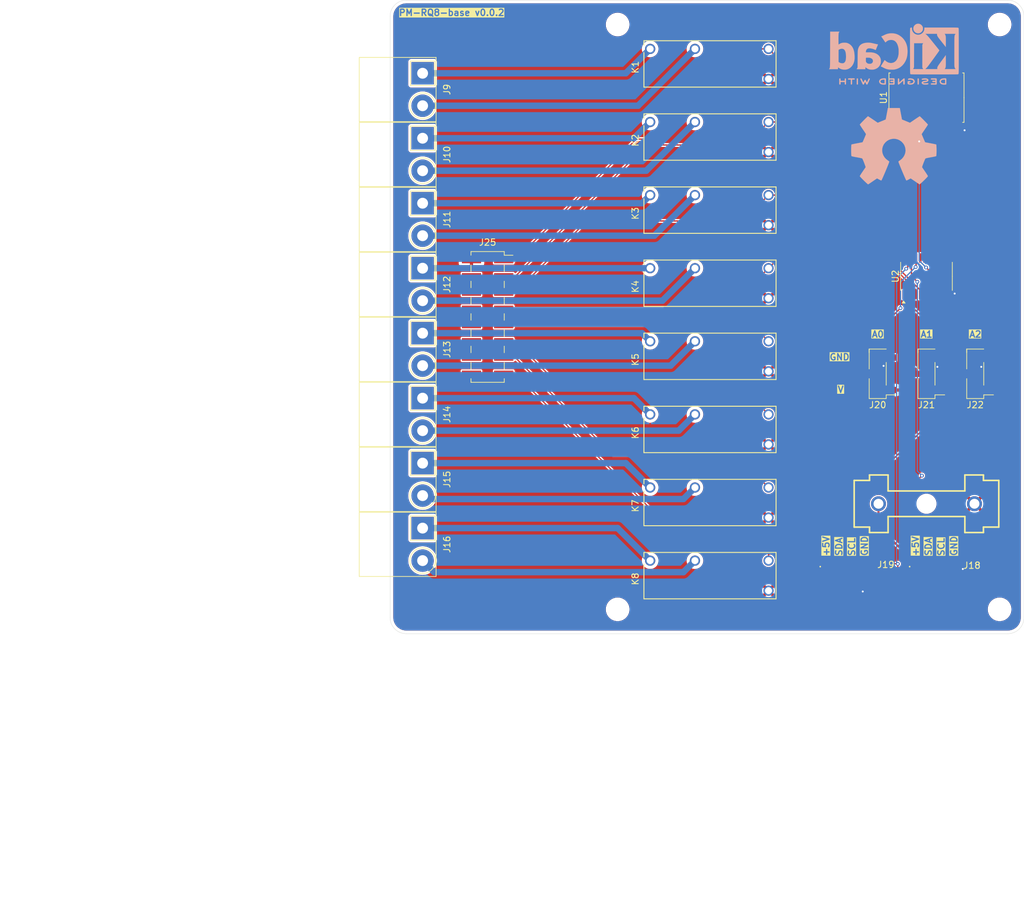
<source format=kicad_pcb>
(kicad_pcb (version 20240108) (generator "pcbnew") (generator_version "8.0")
  (layers (0 "F.Cu" signal) (31 "B.Cu" signal) (34 "B.Paste" user) (35 "F.Paste" user) (36 "B.SilkS" user "B.Silkscreen") (37 "F.SilkS" user "F.Silkscreen") (38 "B.Mask" user) (39 "F.Mask" user) (44 "Edge.Cuts" user))
  (net 0 "")
  (net 1 "GND")
  (net 2 "Net-(J14-Pin_1)")
  (net 3 "Net-(J14-Pin_2)")
  (net 4 "Net-(J16-Pin_1)")
  (net 5 "Net-(J16-Pin_2)")
  (net 6 "/K7")
  (net 7 "/K3")
  (net 8 "/K5")
  (net 9 "VDD")
  (net 10 "/K6")
  (net 11 "/K8")
  (net 12 "/K4")
  (net 13 "Net-(U1-I1)")
  (net 14 "/K1")
  (net 15 "/K2")
  (net 16 "Net-(U1-I5)")
  (net 17 "Net-(U1-I7)")
  (net 18 "Net-(U1-I3)")
  (net 19 "Net-(U1-I8)")
  (net 20 "Net-(U1-I4)")
  (net 21 "Net-(U1-I6)")
  (net 22 "Net-(U1-I2)")
  (net 23 "/SCL")
  (net 24 "/SDA")
  (net 34 "/A0")
  (net 35 "/A1")
  (net 36 "/A2")
  (net 37 "Net-(J9-Pin_2)")
  (net 38 "Net-(J9-Pin_1)")
  (net 39 "Net-(J10-Pin_1)")
  (net 40 "Net-(J10-Pin_2)")
  (net 41 "Net-(J11-Pin_1)")
  (net 42 "Net-(J11-Pin_2)")
  (net 43 "Net-(J12-Pin_2)")
  (net 44 "Net-(J12-Pin_1)")
  (net 45 "Net-(J13-Pin_1)")
  (net 46 "Net-(J13-Pin_2)")
  (net 47 "Net-(J15-Pin_2)")
  (net 48 "Net-(J15-Pin_1)")
  (net 53 "Net-(J18-Pad1)")
  (footprint "Connector_PinHeader_2.54mm:PinHeader_1x03_P2.54mm_Vertical_SMD_Pin1Left" (layer "F.Cu") (at 152.4 109.22 180)
    (property "Reference" "J20" (at 0 -4.87 180) (layer "F.SilkS"))
    (property "Value" "Conn_01x03")
    (pad "1" smd rect (at -1.655 -2.54 180) (size 2.51 1) (layers "F.Cu" "F.Paste" "F.Mask") (net 9 "VDD"))
    (pad "2" smd rect (at 1.655 0 180) (size 2.51 1) (layers "F.Cu" "F.Paste" "F.Mask") (net 34 "/A0"))
    (pad "3" smd rect (at -1.655 2.54 180) (size 2.51 1) (layers "F.Cu" "F.Paste" "F.Mask") (net 1 "GND"))
  )
  (footprint "NextPCB:G5NB-1A-E_DC12_RELAY_G5NB-1A_DC5_OMR" (layer "F.Cu") (at 117.04 97.41 -90)
    (property "Reference" "K4" (at -1.83 2.51 90) (layer "F.SilkS"))
    (property "Value" "G5NB-1A-E_DC5")
    (pad "1" thru_hole circle (at -4.7 -18.3 270) (size 1.608 1.608) (drill 1.1) (layers "*.Cu" "*.Mask") (net 12 "/K4"))
    (pad "2" thru_hole circle (at -4.7 -6.8 270) (size 1.608 1.608) (drill 1.1) (layers "*.Cu" "*.Mask") (net 43 "Net-(J12-Pin_2)"))
    (pad "3" thru_hole circle (at -4.7 0.2 270) (size 1.608 1.608) (drill 1.1) (layers "*.Cu" "*.Mask") (net 44 "Net-(J12-Pin_1)"))
    (pad "4" thru_hole circle (at 0 -18.3 270) (size 1.608 1.608) (drill 1.1) (layers "*.Cu" "*.Mask") (net 9 "VDD"))
  )
  (footprint "Connector_PinSocket_2.54mm:PinSocket_2x08_P2.54mm_Vertical_SMD" (layer "F.Cu") (at 91.44 100.33)
    (property "Reference" "J25" (at 0 -11.66 0) (layer "F.SilkS"))
    (property "Value" "Conn_02x08_socket")
    (pad "1" smd rect (at 2.52 -8.89) (size 3 1) (layers "F.Cu" "F.Paste" "F.Mask") (net 14 "/K1"))
    (pad "2" smd rect (at -2.52 -8.89) (size 3 1) (layers "F.Cu" "F.Paste" "F.Mask") (net 9 "VDD"))
    (pad "3" smd rect (at 2.52 -6.35) (size 3 1) (layers "F.Cu" "F.Paste" "F.Mask") (net 15 "/K2"))
    (pad "4" smd rect (at -2.52 -6.35) (size 3 1) (layers "F.Cu" "F.Paste" "F.Mask"))
    (pad "5" smd rect (at 2.52 -3.81) (size 3 1) (layers "F.Cu" "F.Paste" "F.Mask") (net 7 "/K3"))
    (pad "6" smd rect (at -2.52 -3.81) (size 3 1) (layers "F.Cu" "F.Paste" "F.Mask"))
    (pad "7" smd rect (at 2.52 -1.27) (size 3 1) (layers "F.Cu" "F.Paste" "F.Mask") (net 12 "/K4"))
    (pad "8" smd rect (at -2.52 -1.27) (size 3 1) (layers "F.Cu" "F.Paste" "F.Mask"))
    (pad "9" smd rect (at 2.52 1.27) (size 3 1) (layers "F.Cu" "F.Paste" "F.Mask") (net 8 "/K5"))
    (pad "10" smd rect (at -2.52 1.27) (size 3 1) (layers "F.Cu" "F.Paste" "F.Mask"))
    (pad "11" smd rect (at 2.52 3.81) (size 3 1) (layers "F.Cu" "F.Paste" "F.Mask") (net 10 "/K6"))
    (pad "12" smd rect (at -2.52 3.81) (size 3 1) (layers "F.Cu" "F.Paste" "F.Mask"))
    (pad "13" smd rect (at 2.52 6.35) (size 3 1) (layers "F.Cu" "F.Paste" "F.Mask") (net 6 "/K7"))
    (pad "14" smd rect (at -2.52 6.35) (size 3 1) (layers "F.Cu" "F.Paste" "F.Mask"))
    (pad "15" smd rect (at 2.52 8.89) (size 3 1) (layers "F.Cu" "F.Paste" "F.Mask") (net 11 "/K8"))
    (pad "16" smd rect (at -2.52 8.89) (size 3 1) (layers "F.Cu" "F.Paste" "F.Mask"))
  )
  (footprint "Package_SO:TSSOP-24_4.4x7.8mm_P0.65mm" (layer "F.Cu") (at 160.02 93.98 90)
    (property "Reference" "U2" (at 0 -4.85 -90) (layer "F.SilkS"))
    (property "Value" "PCA9555PW")
    (pad "1" smd roundrect (at -2.8625 -3.575 90) (size 1.475 0.4) (layers "F.Cu" "F.Paste" "F.Mask"))
    (pad "2" smd roundrect (at -2.8625 -2.925 90) (size 1.475 0.4) (layers "F.Cu" "F.Paste" "F.Mask") (net 35 "/A1"))
    (pad "3" smd roundrect (at -2.8625 -2.275 90) (size 1.475 0.4) (layers "F.Cu" "F.Paste" "F.Mask") (net 36 "/A2"))
    (pad "4" smd roundrect (at -2.8625 -1.625 90) (size 1.475 0.4) (layers "F.Cu" "F.Paste" "F.Mask") (net 13 "Net-(U1-I1)"))
    (pad "5" smd roundrect (at -2.8625 -0.975 90) (size 1.475 0.4) (layers "F.Cu" "F.Paste" "F.Mask") (net 22 "Net-(U1-I2)"))
    (pad "6" smd roundrect (at -2.8625 -0.325 90) (size 1.475 0.4) (layers "F.Cu" "F.Paste" "F.Mask") (net 18 "Net-(U1-I3)"))
    (pad "7" smd roundrect (at -2.8625 0.325 90) (size 1.475 0.4) (layers "F.Cu" "F.Paste" "F.Mask") (net 20 "Net-(U1-I4)"))
    (pad "8" smd roundrect (at -2.8625 0.975 90) (size 1.475 0.4) (layers "F.Cu" "F.Paste" "F.Mask") (net 16 "Net-(U1-I5)"))
    (pad "9" smd roundrect (at -2.8625 1.625 90) (size 1.475 0.4) (layers "F.Cu" "F.Paste" "F.Mask") (net 21 "Net-(U1-I6)"))
    (pad "10" smd roundrect (at -2.8625 2.275 90) (size 1.475 0.4) (layers "F.Cu" "F.Paste" "F.Mask") (net 17 "Net-(U1-I7)"))
    (pad "11" smd roundrect (at -2.8625 2.925 90) (size 1.475 0.4) (layers "F.Cu" "F.Paste" "F.Mask") (net 19 "Net-(U1-I8)"))
    (pad "12" smd roundrect (at -2.8625 3.575 90) (size 1.475 0.4) (layers "F.Cu" "F.Paste" "F.Mask") (net 1 "GND"))
    (pad "13" smd roundrect (at 2.8625 3.575 90) (size 1.475 0.4) (layers "F.Cu" "F.Paste" "F.Mask"))
    (pad "14" smd roundrect (at 2.8625 2.925 90) (size 1.475 0.4) (layers "F.Cu" "F.Paste" "F.Mask"))
    (pad "15" smd roundrect (at 2.8625 2.275 90) (size 1.475 0.4) (layers "F.Cu" "F.Paste" "F.Mask"))
    (pad "16" smd roundrect (at 2.8625 1.625 90) (size 1.475 0.4) (layers "F.Cu" "F.Paste" "F.Mask"))
    (pad "17" smd roundrect (at 2.8625 0.975 90) (size 1.475 0.4) (layers "F.Cu" "F.Paste" "F.Mask"))
    (pad "18" smd roundrect (at 2.8625 0.325 90) (size 1.475 0.4) (layers "F.Cu" "F.Paste" "F.Mask"))
    (pad "19" smd roundrect (at 2.8625 -0.325 90) (size 1.475 0.4) (layers "F.Cu" "F.Paste" "F.Mask"))
    (pad "20" smd roundrect (at 2.8625 -0.975 90) (size 1.475 0.4) (layers "F.Cu" "F.Paste" "F.Mask"))
    (pad "21" smd roundrect (at 2.8625 -1.625 90) (size 1.475 0.4) (layers "F.Cu" "F.Paste" "F.Mask") (net 34 "/A0"))
    (pad "22" smd roundrect (at 2.8625 -2.275 90) (size 1.475 0.4) (layers "F.Cu" "F.Paste" "F.Mask") (net 23 "/SCL"))
    (pad "23" smd roundrect (at 2.8625 -2.925 90) (size 1.475 0.4) (layers "F.Cu" "F.Paste" "F.Mask") (net 24 "/SDA"))
    (pad "24" smd roundrect (at 2.8625 -3.575 90) (size 1.475 0.4) (layers "F.Cu" "F.Paste" "F.Mask") (net 9 "VDD"))
  )
  (footprint "NextPCB:G5NB-1A-E_DC12_RELAY_G5NB-1A_DC5_OMR" (layer "F.Cu") (at 117.04 108.84 -90)
    (property "Reference" "K5" (at -1.83 2.51 90) (layer "F.SilkS"))
    (property "Value" "G5NB-1A-E_DC5")
    (pad "1" thru_hole circle (at -4.7 -18.3 270) (size 1.608 1.608) (drill 1.1) (layers "*.Cu" "*.Mask") (net 8 "/K5"))
    (pad "2" thru_hole circle (at -4.7 -6.8 270) (size 1.608 1.608) (drill 1.1) (layers "*.Cu" "*.Mask") (net 46 "Net-(J13-Pin_2)"))
    (pad "3" thru_hole circle (at -4.7 0.2 270) (size 1.608 1.608) (drill 1.1) (layers "*.Cu" "*.Mask") (net 45 "Net-(J13-Pin_1)"))
    (pad "4" thru_hole circle (at 0 -18.3 270) (size 1.608 1.608) (drill 1.1) (layers "*.Cu" "*.Mask") (net 9 "VDD"))
  )
  (footprint "NextPCB:Degson_2EDGR-5.08-02P" (layer "F.Cu") (at 81.28 62.23 -90)
    (property "Reference" "J9" (at 2.54 -3.81 -90) (layer "F.SilkS"))
    (property "Value" "2EDGR-5.08-02P")
    (pad "1" thru_hole rect (at 0 0 270) (size 3.5 3.5) (drill 1.7) (layers "*.Cu" "*.Mask") (net 38 "Net-(J9-Pin_1)"))
    (pad "2" thru_hole circle (at 5.08 0 270) (size 3.5 3.5) (drill 1.7) (layers "*.Cu" "*.Mask") (net 37 "Net-(J9-Pin_2)"))
  )
  (footprint "NextPCB:ULN2803A" (layer "F.Cu") (at 160.02 66.04 90)
    (property "Reference" "U1" (at 0 -6.71 -90) (layer "F.SilkS"))
    (property "Value" "ULN2803A")
    (pad "1" smd roundrect (at -4.725 -5.08 90) (size 1.9 0.6) (layers "F.Cu" "F.Paste" "F.Mask") (net 13 "Net-(U1-I1)"))
    (pad "2" smd roundrect (at -4.725 -3.81 90) (size 1.9 0.6) (layers "F.Cu" "F.Paste" "F.Mask") (net 22 "Net-(U1-I2)"))
    (pad "3" smd roundrect (at -4.725 -2.54 90) (size 1.9 0.6) (layers "F.Cu" "F.Paste" "F.Mask") (net 18 "Net-(U1-I3)"))
    (pad "4" smd roundrect (at -4.725 -1.27 90) (size 1.9 0.6) (layers "F.Cu" "F.Paste" "F.Mask") (net 20 "Net-(U1-I4)"))
    (pad "5" smd roundrect (at -4.725 0 90) (size 1.9 0.6) (layers "F.Cu" "F.Paste" "F.Mask") (net 16 "Net-(U1-I5)"))
    (pad "6" smd roundrect (at -4.725 1.27 90) (size 1.9 0.6) (layers "F.Cu" "F.Paste" "F.Mask") (net 21 "Net-(U1-I6)"))
    (pad "7" smd roundrect (at -4.725 2.54 90) (size 1.9 0.6) (layers "F.Cu" "F.Paste" "F.Mask") (net 17 "Net-(U1-I7)"))
    (pad "8" smd roundrect (at -4.725 3.81 90) (size 1.9 0.6) (layers "F.Cu" "F.Paste" "F.Mask") (net 19 "Net-(U1-I8)"))
    (pad "9" smd roundrect (at -4.725 5.08 90) (size 1.9 0.6) (layers "F.Cu" "F.Paste" "F.Mask") (net 1 "GND"))
    (pad "10" smd roundrect (at 4.725 5.08 90) (size 1.9 0.6) (layers "F.Cu" "F.Paste" "F.Mask") (net 9 "VDD"))
    (pad "11" smd roundrect (at 4.725 3.81 90) (size 1.9 0.6) (layers "F.Cu" "F.Paste" "F.Mask") (net 11 "/K8"))
    (pad "12" smd roundrect (at 4.725 2.54 90) (size 1.9 0.6) (layers "F.Cu" "F.Paste" "F.Mask") (net 6 "/K7"))
    (pad "13" smd roundrect (at 4.725 1.27 90) (size 1.9 0.6) (layers "F.Cu" "F.Paste" "F.Mask") (net 10 "/K6"))
    (pad "14" smd roundrect (at 4.725 0 90) (size 1.9 0.6) (layers "F.Cu" "F.Paste" "F.Mask") (net 8 "/K5"))
    (pad "15" smd roundrect (at 4.725 -1.27 90) (size 1.9 0.6) (layers "F.Cu" "F.Paste" "F.Mask") (net 12 "/K4"))
    (pad "16" smd roundrect (at 4.725 -2.54 90) (size 1.9 0.6) (layers "F.Cu" "F.Paste" "F.Mask") (net 7 "/K3"))
    (pad "17" smd roundrect (at 4.725 -3.81 90) (size 1.9 0.6) (layers "F.Cu" "F.Paste" "F.Mask") (net 15 "/K2"))
    (pad "18" smd roundrect (at 4.725 -5.08 90) (size 1.9 0.6) (layers "F.Cu" "F.Paste" "F.Mask") (net 14 "/K1"))
  )
  (footprint "NextPCB:Degson_2EDGR-5.08-02P" (layer "F.Cu") (at 81.28 102.87 -90)
    (property "Reference" "J13" (at 2.54 -3.81 90) (layer "F.SilkS"))
    (property "Value" "2EDGR-5.08-02P")
    (pad "1" thru_hole rect (at 0 0 270) (size 3.5 3.5) (drill 1.7) (layers "*.Cu" "*.Mask") (net 45 "Net-(J13-Pin_1)"))
    (pad "2" thru_hole circle (at 5.08 0 270) (size 3.5 3.5) (drill 1.7) (layers "*.Cu" "*.Mask") (net 46 "Net-(J13-Pin_2)"))
  )
  (footprint "MountingHole:MountingHole_3.2mm_M3" (layer "F.Cu") (at 171.45 146.05)
    (property "Reference" "H3" (hide yes))
    (property "Value" "MountingHole" (hide yes))
    (pad "" np_thru_hole circle (at 0 0) (size 3.2 3.2) (drill 3.2) (layers "*.Cu" "*.Mask"))
  )
  (footprint "NextPCB:G5NB-1A-E_DC12_RELAY_G5NB-1A_DC5_OMR" (layer "F.Cu") (at 117.04 120.27 -90)
    (property "Reference" "K6" (at -1.83 2.51 90) (layer "F.SilkS"))
    (property "Value" "G5NB-1A-E_DC5")
    (pad "1" thru_hole circle (at -4.7 -18.3 270) (size 1.608 1.608) (drill 1.1) (layers "*.Cu" "*.Mask") (net 10 "/K6"))
    (pad "2" thru_hole circle (at -4.7 -6.8 270) (size 1.608 1.608) (drill 1.1) (layers "*.Cu" "*.Mask") (net 3 "Net-(J14-Pin_2)"))
    (pad "3" thru_hole circle (at -4.7 0.2 270) (size 1.608 1.608) (drill 1.1) (layers "*.Cu" "*.Mask") (net 2 "Net-(J14-Pin_1)"))
    (pad "4" thru_hole circle (at 0 -18.3 270) (size 1.608 1.608) (drill 1.1) (layers "*.Cu" "*.Mask") (net 9 "VDD"))
  )
  (footprint "Connector_PinHeader_2.54mm:PinHeader_1x03_P2.54mm_Vertical_SMD_Pin1Left" (layer "F.Cu") (at 160.02 109.22 180)
    (property "Reference" "J21" (at 0 -4.87 180) (layer "F.SilkS"))
    (property "Value" "Conn_01x03")
    (pad "1" smd rect (at -1.655 -2.54 180) (size 2.51 1) (layers "F.Cu" "F.Paste" "F.Mask") (net 9 "VDD"))
    (pad "2" smd rect (at 1.655 0 180) (size 2.51 1) (layers "F.Cu" "F.Paste" "F.Mask") (net 35 "/A1"))
    (pad "3" smd rect (at -1.655 2.54 180) (size 2.51 1) (layers "F.Cu" "F.Paste" "F.Mask") (net 1 "GND"))
  )
  (footprint "NextPCB:G5NB-1A-E_DC12_RELAY_G5NB-1A_DC5_OMR" (layer "F.Cu") (at 117.04 143.13 -90)
    (property "Reference" "K8" (at -1.83 2.51 90) (layer "F.SilkS"))
    (property "Value" "G5NB-1A-E_DC5")
    (pad "1" thru_hole circle (at -4.7 -18.3 270) (size 1.608 1.608) (drill 1.1) (layers "*.Cu" "*.Mask") (net 11 "/K8"))
    (pad "2" thru_hole circle (at -4.7 -6.8 270) (size 1.608 1.608) (drill 1.1) (layers "*.Cu" "*.Mask") (net 5 "Net-(J16-Pin_2)"))
    (pad "3" thru_hole circle (at -4.7 0.2 270) (size 1.608 1.608) (drill 1.1) (layers "*.Cu" "*.Mask") (net 4 "Net-(J16-Pin_1)"))
    (pad "4" thru_hole circle (at 0 -18.3 270) (size 1.608 1.608) (drill 1.1) (layers "*.Cu" "*.Mask") (net 9 "VDD"))
  )
  (footprint "NextPCB:G5NB-1A-E_DC12_RELAY_G5NB-1A_DC5_OMR" (layer "F.Cu") (at 117.04 63.12 -90)
    (property "Reference" "K1" (at -1.83 2.51 90) (layer "F.SilkS"))
    (property "Value" "G5NB-1A-E_DC5")
    (pad "1" thru_hole circle (at -4.7 -18.3 270) (size 1.608 1.608) (drill 1.1) (layers "*.Cu" "*.Mask") (net 14 "/K1"))
    (pad "2" thru_hole circle (at -4.7 -6.8 270) (size 1.608 1.608) (drill 1.1) (layers "*.Cu" "*.Mask") (net 37 "Net-(J9-Pin_2)"))
    (pad "3" thru_hole circle (at -4.7 0.2 270) (size 1.608 1.608) (drill 1.1) (layers "*.Cu" "*.Mask") (net 38 "Net-(J9-Pin_1)"))
    (pad "4" thru_hole circle (at 0 -18.3 270) (size 1.608 1.608) (drill 1.1) (layers "*.Cu" "*.Mask") (net 9 "VDD"))
  )
  (footprint "MountingHole:MountingHole_3.2mm_M3" (layer "F.Cu") (at 111.76 54.61)
    (property "Reference" "H1" (hide yes))
    (property "Value" "MountingHole" (hide yes))
    (pad "" np_thru_hole circle (at 0 0) (size 3.2 3.2) (drill 3.2) (layers "*.Cu" "*.Mask"))
  )
  (footprint "NextPCB:G5NB-1A-E_DC12_RELAY_G5NB-1A_DC5_OMR" (layer "F.Cu") (at 117.04 131.7 -90)
    (property "Reference" "K7" (at -1.83 2.51 90) (layer "F.SilkS"))
    (property "Value" "G5NB-1A-E_DC5")
    (pad "1" thru_hole circle (at -4.7 -18.3 270) (size 1.608 1.608) (drill 1.1) (layers "*.Cu" "*.Mask") (net 6 "/K7"))
    (pad "2" thru_hole circle (at -4.7 -6.8 270) (size 1.608 1.608) (drill 1.1) (layers "*.Cu" "*.Mask") (net 47 "Net-(J15-Pin_2)"))
    (pad "3" thru_hole circle (at -4.7 0.2 270) (size 1.608 1.608) (drill 1.1) (layers "*.Cu" "*.Mask") (net 48 "Net-(J15-Pin_1)"))
    (pad "4" thru_hole circle (at 0 -18.3 270) (size 1.608 1.608) (drill 1.1) (layers "*.Cu" "*.Mask") (net 9 "VDD"))
  )
  (footprint "NextPCB:Degson_2EDGR-5.08-02P" (layer "F.Cu") (at 81.28 82.55 -90)
    (property "Reference" "J11" (at 2.54 -3.81 90) (layer "F.SilkS"))
    (property "Value" "2EDGR-5.08-02P")
    (pad "1" thru_hole rect (at 0 0 270) (size 3.5 3.5) (drill 1.7) (layers "*.Cu" "*.Mask") (net 41 "Net-(J11-Pin_1)"))
    (pad "2" thru_hole circle (at 5.08 0 270) (size 3.5 3.5) (drill 1.7) (layers "*.Cu" "*.Mask") (net 42 "Net-(J11-Pin_2)"))
  )
  (footprint "NextPCB:Degson_2EDGR-5.08-02P" (layer "F.Cu") (at 81.28 113.03 -90)
    (property "Reference" "J14" (at 2.54 -3.81 90) (layer "F.SilkS"))
    (property "Value" "2EDGR-5.08-02P")
    (pad "1" thru_hole rect (at 0 0 270) (size 3.5 3.5) (drill 1.7) (layers "*.Cu" "*.Mask") (net 2 "Net-(J14-Pin_1)"))
    (pad "2" thru_hole circle (at 5.08 0 270) (size 3.5 3.5) (drill 1.7) (layers "*.Cu" "*.Mask") (net 3 "Net-(J14-Pin_2)"))
  )
  (footprint "NextPCB:G5NB-1A-E_DC12_RELAY_G5NB-1A_DC5_OMR" (layer "F.Cu") (at 117.04 85.98 -90)
    (property "Reference" "K3" (at -1.83 2.51 90) (layer "F.SilkS"))
    (property "Value" "G5NB-1A-E_DC5")
    (pad "1" thru_hole circle (at -4.7 -18.3 270) (size 1.608 1.608) (drill 1.1) (layers "*.Cu" "*.Mask") (net 7 "/K3"))
    (pad "2" thru_hole circle (at -4.7 -6.8 270) (size 1.608 1.608) (drill 1.1) (layers "*.Cu" "*.Mask") (net 42 "Net-(J11-Pin_2)"))
    (pad "3" thru_hole circle (at -4.7 0.2 270) (size 1.608 1.608) (drill 1.1) (layers "*.Cu" "*.Mask") (net 41 "Net-(J11-Pin_1)"))
    (pad "4" thru_hole circle (at 0 -18.3 270) (size 1.608 1.608) (drill 1.1) (layers "*.Cu" "*.Mask") (net 9 "VDD"))
  )
  (footprint "NextPCB:Degson_2EDGR-5.08-02P" (layer "F.Cu") (at 81.28 133.35 -90)
    (property "Reference" "J16" (at 2.54 -3.81 90) (layer "F.SilkS"))
    (property "Value" "2EDGR-5.08-02P")
    (pad "1" thru_hole rect (at 0 0 270) (size 3.5 3.5) (drill 1.7) (layers "*.Cu" "*.Mask") (net 4 "Net-(J16-Pin_1)"))
    (pad "2" thru_hole circle (at 5.08 0 270) (size 3.5 3.5) (drill 1.7) (layers "*.Cu" "*.Mask") (net 5 "Net-(J16-Pin_2)"))
  )
  (footprint "NextPCB:G5NB-1A-E_DC12_RELAY_G5NB-1A_DC5_OMR" (layer "F.Cu") (at 117.04 74.55 -90)
    (property "Reference" "K2" (at -1.83 2.51 90) (layer "F.SilkS"))
    (property "Value" "G5NB-1A-E_DC5")
    (pad "1" thru_hole circle (at -4.7 -18.3 270) (size 1.608 1.608) (drill 1.1) (layers "*.Cu" "*.Mask") (net 15 "/K2"))
    (pad "2" thru_hole circle (at -4.7 -6.8 270) (size 1.608 1.608) (drill 1.1) (layers "*.Cu" "*.Mask") (net 40 "Net-(J10-Pin_2)"))
    (pad "3" thru_hole circle (at -4.7 0.2 270) (size 1.608 1.608) (drill 1.1) (layers "*.Cu" "*.Mask") (net 39 "Net-(J10-Pin_1)"))
    (pad "4" thru_hole circle (at 0 -18.3 270) (size 1.608 1.608) (drill 1.1) (layers "*.Cu" "*.Mask") (net 9 "VDD"))
  )
  (footprint "NextPCB:JST_S4B-PH-SM4-TB_JST_S4B-PH-SM4-TB" (layer "F.Cu") (at 161.29 140.97 180)
    (property "Reference" "J18" (at -5.842 1.778 180) (layer "F.SilkS") (effects (font (size 1.000268 1.000268))))
    (property "Value" "S4B-PH-SM4-TB")
    (pad "1" smd rect (at 3 0 180) (size 1 3.5) (layers "F.Cu" "F.Paste" "F.Mask") (net 53 "Net-(J18-Pad1)"))
    (pad "2" smd rect (at 1 0 180) (size 1 3.5) (layers "F.Cu" "F.Paste" "F.Mask") (net 24 "/SDA"))
    (pad "3" smd rect (at -1 0 180) (size 1 3.5) (layers "F.Cu" "F.Paste" "F.Mask") (net 23 "/SCL"))
    (pad "4" smd rect (at -3 0 180) (size 1 3.5) (layers "F.Cu" "F.Paste" "F.Mask") (net 1 "GND"))
    (pad "P1" smd rect (at 5.35 -5.75 180) (size 1.5 3.4) (layers "F.Cu" "F.Paste" "F.Mask"))
    (pad "P2" smd rect (at -5.35 -5.75 180) (size 1.5 3.4) (layers "F.Cu" "F.Paste" "F.Mask"))
  )
  (footprint "MountingHole:MountingHole_3.2mm_M3" (layer "F.Cu") (at 111.76 146.05)
    (property "Reference" "H4" (hide yes))
    (property "Value" "MountingHole" (hide yes))
    (pad "" np_thru_hole circle (at 0 0) (size 3.2 3.2) (drill 3.2) (layers "*.Cu" "*.Mask"))
  )
  (footprint "NextPCB:Degson_2EDGR-5.08-02P" (layer "F.Cu") (at 81.28 123.19 -90)
    (property "Reference" "J15" (at 2.54 -3.81 90) (layer "F.SilkS"))
    (property "Value" "2EDGR-5.08-02P")
    (pad "1" thru_hole rect (at 0 0 270) (size 3.5 3.5) (drill 1.7) (layers "*.Cu" "*.Mask") (net 48 "Net-(J15-Pin_1)"))
    (pad "2" thru_hole circle (at 5.08 0 270) (size 3.5 3.5) (drill 1.7) (layers "*.Cu" "*.Mask") (net 47 "Net-(J15-Pin_2)"))
  )
  (footprint "NextPCB:Degson_2EDGR-5.08-02P" (layer "F.Cu") (at 81.28 72.39 -90)
    (property "Reference" "J10" (at 2.54 -3.81 90) (layer "F.SilkS"))
    (property "Value" "2EDGR-5.08-02P")
    (pad "1" thru_hole rect (at 0 0 270) (size 3.5 3.5) (drill 1.7) (layers "*.Cu" "*.Mask") (net 39 "Net-(J10-Pin_1)"))
    (pad "2" thru_hole circle (at 5.08 0 270) (size 3.5 3.5) (drill 1.7) (layers "*.Cu" "*.Mask") (net 40 "Net-(J10-Pin_2)"))
  )
  (footprint "NextPCB:Fuseholder" (layer "F.Cu") (at 160.02 129.54 180)
    (property "Reference" "U3")
    (property "Value" "64900001039" (hide yes))
    (pad "" np_thru_hole circle (at 0 0 180) (size 2.65 2.65) (drill 2.65) (layers "*.Cu" "*.Mask"))
    (pad "1" thru_hole circle (at -7.5 0 180) (size 2.35 2.35) (drill 1.55) (layers "*.Cu" "*.Mask") (net 9 "VDD"))
    (pad "2" thru_hole circle (at 7.5 0 180) (size 2.35 2.35) (drill 1.55) (layers "*.Cu" "*.Mask") (net 53 "Net-(J18-Pad1)"))
  )
  (footprint "NextPCB:JST_S4B-PH-SM4-TB_JST_S4B-PH-SM4-TB" (layer "F.Cu") (at 147.32 140.97 180)
    (property "Reference" "J19" (at -6.35 1.905 0) (layer "F.SilkS") (effects (font (size 1.000268 1.000268))))
    (property "Value" "S4B-PH-SM4-TB")
    (pad "1" smd rect (at 3 0 180) (size 1 3.5) (layers "F.Cu" "F.Paste" "F.Mask") (net 53 "Net-(J18-Pad1)"))
    (pad "2" smd rect (at 1 0 180) (size 1 3.5) (layers "F.Cu" "F.Paste" "F.Mask") (net 24 "/SDA"))
    (pad "3" smd rect (at -1 0 180) (size 1 3.5) (layers "F.Cu" "F.Paste" "F.Mask") (net 23 "/SCL"))
    (pad "4" smd rect (at -3 0 180) (size 1 3.5) (layers "F.Cu" "F.Paste" "F.Mask") (net 1 "GND"))
    (pad "P1" smd rect (at 5.35 -5.75 180) (size 1.5 3.4) (layers "F.Cu" "F.Paste" "F.Mask"))
    (pad "P2" smd rect (at -5.35 -5.75 180) (size 1.5 3.4) (layers "F.Cu" "F.Paste" "F.Mask"))
  )
  (footprint "NextPCB:Degson_2EDGR-5.08-02P" (layer "F.Cu") (at 81.28 92.71 -90)
    (property "Reference" "J12" (at 2.54 -3.81 90) (layer "F.SilkS"))
    (property "Value" "2EDGR-5.08-02P")
    (pad "1" thru_hole rect (at 0 0 270) (size 3.5 3.5) (drill 1.7) (layers "*.Cu" "*.Mask") (net 44 "Net-(J12-Pin_1)"))
    (pad "2" thru_hole circle (at 5.08 0 270) (size 3.5 3.5) (drill 1.7) (layers "*.Cu" "*.Mask") (net 43 "Net-(J12-Pin_2)"))
  )
  (footprint "MountingHole:MountingHole_3.2mm_M3" (layer "F.Cu") (at 171.45 54.61)
    (property "Reference" "H2" (hide yes))
    (property "Value" "MountingHole" (hide yes))
    (pad "" np_thru_hole circle (at 0 0) (size 3.2 3.2) (drill 3.2) (layers "*.Cu" "*.Mask"))
  )
  (footprint "Connector_PinHeader_2.54mm:PinHeader_1x03_P2.54mm_Vertical_SMD_Pin1Left" (layer "F.Cu") (at 167.64 109.22 180)
    (property "Reference" "J22" (at 0 -4.87 180) (layer "F.SilkS"))
    (property "Value" "Conn_01x03")
    (pad "1" smd rect (at -1.655 -2.54 180) (size 2.51 1) (layers "F.Cu" "F.Paste" "F.Mask") (net 9 "VDD"))
    (pad "2" smd rect (at 1.655 0 180) (size 2.51 1) (layers "F.Cu" "F.Paste" "F.Mask") (net 36 "/A2"))
    (pad "3" smd rect (at -1.655 2.54 180) (size 2.51 1) (layers "F.Cu" "F.Paste" "F.Mask") (net 1 "GND"))
  )
  (footprint "Symbol:OSHW-Symbol_13.4x12mm_SilkScreen" (layer "B.Cu") (at 154.94 73.66 180)
    (property "Reference" "logo_oshw" (hide yes))
    (property "Value" "OSHW-Symbol_13.4x12mm_SilkScreen" (hide yes))
  )
  (footprint "Symbol:KiCad-Logo2_8mm_SilkScreen" (layer "B.Cu") (at 154.94 58.42 180)
    (property "Reference" "logo_kicad" (hide yes))
    (property "Value" "KiCad-Logo2_8mm_SilkScreen" (hide yes))
  )
  (gr_arc (start 78.74 149.86) (mid 76.943949 149.116051) (end 76.2 147.32) (stroke (width 0.05)) (layer "Edge.Cuts"))
  (gr_arc (start 76.2 53.34) (mid 76.943949 51.543949) (end 78.74 50.8) (stroke (width 0.05)) (layer "Edge.Cuts"))
  (gr_arc (start 172.72 50.8) (mid 174.516051 51.543949) (end 175.26 53.34) (stroke (width 0.05)) (layer "Edge.Cuts"))
  (gr_line (start 78.74 50.8) (end 172.72 50.8) (stroke (width 0.05)) (layer "Edge.Cuts"))
  (gr_line (start 175.26 53.34) (end 175.26 147.32) (stroke (width 0.05)) (layer "Edge.Cuts"))
  (gr_arc (start 175.26 147.32) (mid 174.516051 149.116051) (end 172.72 149.86) (stroke (width 0.05)) (layer "Edge.Cuts"))
  (gr_line (start 76.2 147.32) (end 76.2 53.34) (stroke (width 0.05)) (layer "Edge.Cuts"))
  (gr_line (start 172.72 149.86) (end 78.74 149.86) (stroke (width 0.05)) (layer "Edge.Cuts"))
  (gr_text "A2" (at 166.624 103.632 0) (layer "F.SilkS" knockout) (effects (font (size 1 1) (thickness 0.2) (bold yes)) (justify left bottom)))
  (gr_text "V" (at 146.05 112.268 0) (layer "F.SilkS" knockout) (effects (font (size 1 1) (thickness 0.2) (bold yes)) (justify left bottom)))
  (gr_text "SCL" (at 162.907133 137.795 90) (layer "F.SilkS" knockout) (effects (font (size 1 1) (thickness 0.2) (bold yes)) (justify left bottom)))
  (gr_text "SCL" (at 148.937133 137.795 90) (layer "F.SilkS" knockout) (effects (font (size 1 1) (thickness 0.2) (bold yes)) (justify left bottom)))
  (gr_text "GND" (at 150.935266 137.795 90) (layer "F.SilkS" knockout) (effects (font (size 1 1) (thickness 0.2) (bold yes)) (justify left bottom)))
  (gr_text "GND\n" (at 144.78 107.188 0) (layer "F.SilkS" knockout) (effects (font (size 1 1) (thickness 0.2) (bold yes)) (justify left bottom)))
  (gr_text "PM-RQ8-base v0.0.2" (at 77.47 53.34 0) (layer "F.SilkS" knockout) (effects (font (size 1 1) (thickness 0.2) (bold yes)) (justify left bottom)))
  (gr_text "A1" (at 159.004 103.632 0) (layer "F.SilkS" knockout) (effects (font (size 1 1) (thickness 0.2) (bold yes)) (justify left bottom)))
  (gr_text "+5V" (at 144.9324 137.8204 90) (layer "F.SilkS" knockout) (effects (font (size 1 1) (thickness 0.2) (bold yes)) (justify left bottom)))
  (gr_text "A0" (at 151.384 103.632 0) (layer "F.SilkS" knockout) (effects (font (size 1 1) (thickness 0.2) (bold yes)) (justify left bottom)))
  (gr_text "SDA" (at 160.909 137.795 90) (layer "F.SilkS" knockout) (effects (font (size 1 1) (thickness 0.2) (bold yes)) (justify left bottom)))
  (gr_text "GND" (at 164.905266 137.795 90) (layer "F.SilkS" knockout) (effects (font (size 1 1) (thickness 0.2) (bold yes)) (justify left bottom)))
  (gr_text "+5V" (at 158.9024 137.8204 90) (layer "F.SilkS" knockout) (effects (font (size 1 1) (thickness 0.2) (bold yes)) (justify left bottom)))
  (gr_text "SDA" (at 146.939 137.795 90) (layer "F.SilkS" knockout) (effects (font (size 1 1) (thickness 0.2) (bold yes)) (justify left bottom)))
  (segment (start 164.4239 96.6776) (end 163.7599 96.6776) (width 0.3) (layer "F.Cu") (net 1))
  (segment (start 163.7599 96.6776) (end 163.595 96.8425) (width 0.3) (layer "F.Cu") (net 1))
  (segment (start 164.29 140.97) (end 164.29 138.8683) (width 0.3) (layer "F.Cu") (net 1))
  (segment (start 165.4792 71.1442) (end 165.1 70.765) (width 0.3) (layer "F.Cu") (net 1))
  (segment (start 161.7229 108.1335) (end 161.675 108.0856) (width 0.3) (layer "F.Cu") (net 1))
  (segment (start 153.7652 107.5317) (end 154.055 107.5317) (width 0.3) (layer "F.Cu") (net 1))
  (segment (start 154.055 106.68) (end 154.055 107.5317) (width 0.3) (layer "F.Cu") (net 1))
  (segment (start 169.1847 107.5317) (end 169.295 107.5317) (width 0.3) (layer "F.Cu") (net 1))
  (segment (start 153.3151 107.9818) (end 153.7652 107.5317) (width 0.3) (layer "F.Cu") (net 1))
  (segment (start 165.973 71.1442) (end 165.4792 71.1442) (width 0.3) (layer "F.Cu") (net 1))
  (segment (start 165.6973 139.5303) (end 165.0353 138.8683) (width 0.3) (layer "F.Cu") (net 1))
  (segment (start 150.2491 143.0717) (end 150.32 143.0717) (width 0.3) (layer "F.Cu") (net 1))
  (segment (start 168.5829 108.1335) (end 169.1847 107.5317) (width 0.3) (layer "F.Cu") (net 1))
  (segment (start 169.295 106.68) (end 169.295 107.5317) (width 0.3) (layer "F.Cu") (net 1))
  (segment (start 165.0353 138.8683) (end 164.29 138.8683) (width 0.3) (layer "F.Cu") (net 1))
  (segment (start 165.6973 139.7417) (end 165.6973 139.5303) (width 0.3) (layer "F.Cu") (net 1))
  (segment (start 150.32 140.97) (end 150.32 143.0717) (width 0.3) (layer "F.Cu") (net 1))
  (segment (start 161.675 108.0856) (end 161.675 106.68) (width 0.3) (layer "F.Cu") (net 1))
  (segment (start 150.06 143.2608) (end 150.2491 143.0717) (width 0.3) (layer "F.Cu") (net 1))
  (via (at 165.6973 139.7417) (size 0.6) (drill 0.3) (layers "F.Cu" "B.Cu") (net 1))
  (via (at 161.7229 108.1335) (size 0.6) (drill 0.3) (layers "F.Cu" "B.Cu") (net 1))
  (via (at 153.3151 107.9818) (size 0.6) (drill 0.3) (layers "F.Cu" "B.Cu") (net 1))
  (via (at 164.4239 96.6776) (size 0.6) (drill 0.3) (layers "F.Cu" "B.Cu") (net 1))
  (via (at 165.973 71.1442) (size 0.6) (drill 0.3) (layers "F.Cu" "B.Cu") (net 1))
  (via (at 150.06 143.2608) (size 0.6) (drill 0.3) (layers "F.Cu" "B.Cu") (net 1))
  (via (at 168.5829 108.1335) (size 0.6) (drill 0.3) (layers "F.Cu" "B.Cu") (net 1))
  (segment (start 114.3 113.03) (end 116.84 115.57) (width 1) (layer "B.Cu") (net 2))
  (segment (start 81.28 113.03) (end 114.3 113.03) (width 1) (layer "B.Cu") (net 2))
  (segment (start 121.3 118.11) (end 81.28 118.11) (width 1) (layer "B.Cu") (net 3))
  (segment (start 123.84 115.57) (end 121.3 118.11) (width 1) (layer "B.Cu") (net 3))
  (segment (start 81.28 133.35) (end 111.76 133.35) (width 1) (layer "B.Cu") (net 4))
  (segment (start 111.76 133.35) (end 116.84 138.43) (width 1) (layer "B.Cu") (net 4))
  (segment (start 123.84 138.43) (end 122.036 140.234) (width 1) (layer "B.Cu") (net 5))
  (segment (start 83.084 140.234) (end 81.28 138.43) (width 1) (layer "B.Cu") (net 5))
  (segment (start 122.036 140.234) (end 83.084 140.234) (width 1) (layer "B.Cu") (net 5))
  (segment (start 160.8786 63.3178) (end 162.56 61.6364) (width 0.2) (layer "F.Cu") (net 6))
  (segment (start 110.9896 121.9079) (end 130.6028 121.9079) (width 0.2) (layer "F.Cu") (net 6))
  (segment (start 162.56 61.6364) (end 162.56 61.315) (width 0.2) (layer "F.Cu") (net 6))
  (segment (start 150.345 105.179) (end 150.345 73.7392) (width 0.2) (layer "F.Cu") (net 6))
  (segment (start 95.7617 106.68) (end 110.9896 121.9079) (width 0.2) (layer "F.Cu") (net 6))
  (segment (start 137.414 118.11) (end 150.345 105.179) (width 0.2) (layer "F.Cu") (net 6))
  (segment (start 130.6028 121.9079) (end 130.6028 122.2628) (width 0.2) (layer "F.Cu") (net 6))
  (segment (start 130.6028 121.9079) (end 130.6028 121.3652) (width 0.2) (layer "F.Cu") (net 6))
  (segment (start 130.6028 121.3652) (end 133.858 118.11) (width 0.2) (layer "F.Cu") (net 6))
  (segment (start 133.858 118.11) (end 137.414 118.11) (width 0.2) (layer "F.Cu") (net 6))
  (segment (start 130.6028 122.2628) (end 135.34 127) (width 0.2) (layer "F.Cu") (net 6))
  (segment (start 150.345 73.7392) (end 160.7664 63.3178) (width 0.2) (layer "F.Cu") (net 6))
  (segment (start 160.7664 63.3178) (end 160.8786 63.3178) (width 0.2) (layer "F.Cu") (net 6))
  (segment (start 93.96 106.68) (end 95.7617 106.68) (width 0.2) (layer "F.Cu") (net 6))
  (segment (start 157.48 61.6763) (end 137.8763 81.28) (width 0.2) (layer "F.Cu") (net 7))
  (segment (start 137.8763 81.28) (end 135.34 81.28) (width 0.2) (layer "F.Cu") (net 7))
  (segment (start 93.96 96.52) (end 95.7617 96.52) (width 0.2) (layer "F.Cu") (net 7))
  (segment (start 131.297 85.323) (end 135.34 81.28) (width 0.2) (layer "F.Cu") (net 7))
  (segment (start 106.9587 85.323) (end 131.297 85.323) (width 0.2) (layer "F.Cu") (net 7))
  (segment (start 157.48 61.315) (end 157.48 61.6763) (width 0.2) (layer "F.Cu") (net 7))
  (segment (start 95.7617 96.52) (end 106.9587 85.323) (width 0.2) (layer "F.Cu") (net 7))
  (segment (start 160.02 61.315) (end 160.02 61.8864) (width 0.2) (layer "F.Cu") (net 8))
  (segment (start 142.6717 91.7283) (end 132.8 101.6) (width 0.2) (layer "F.Cu") (net 8))
  (segment (start 142.6717 79.2347) (end 142.6717 91.7283) (width 0.2) (layer "F.Cu") (net 8))
  (segment (start 95.7617 101.6) (end 132.8 101.6) (width 0.2) (layer "F.Cu") (net 8))
  (segment (start 160.02 61.8864) (end 142.6717 79.2347) (width 0.2) (layer "F.Cu") (net 8))
  (segment (start 132.8 101.6) (end 135.34 104.14) (width 0.2) (layer "F.Cu") (net 8))
  (segment (start 93.96 101.6) (end 95.7617 101.6) (width 0.2) (layer "F.Cu") (net 8))
  (segment (start 130.6028 110.8328) (end 135.34 115.57) (width 0.2) (layer "F.Cu") (net 10))
  (segment (start 144.0944 96.9863) (end 130.6028 110.4779) (width 0.2) (layer "F.Cu") (net 10))
  (segment (start 93.96 104.14) (end 95.7617 104.14) (width 0.2) (layer "F.Cu") (net 10))
  (segment (start 102.0996 110.4779) (end 95.7617 104.14) (width 0.2) (layer "F.Cu") (net 10))
  (segment (start 144.0944 79.2234) (end 144.0944 96.9863) (width 0.2) (layer "F.Cu") (net 10))
  (segment (start 161.29 62.0278) (end 144.0944 79.2234) (width 0.2) (layer "F.Cu") (net 10))
  (segment (start 161.29 61.315) (end 161.29 62.0278) (width 0.2) (layer "F.Cu") (net 10))
  (segment (start 130.6028 110.4779) (end 102.0996 110.4779) (width 0.2) (layer "F.Cu") (net 10))
  (segment (start 130.6028 110.4779) (end 130.6028 110.8328) (width 0.2) (layer "F.Cu") (net 10))
  (segment (start 163.83 63.4183) (end 163.83 61.315) (width 0.2) (layer "F.Cu") (net 11))
  (segment (start 135.34 137.415) (end 135.34 138.43) (width 0.2) (layer "F.Cu") (net 11))
  (segment (start 93.96 109.22) (end 95.7617 109.22) (width 0.2) (layer "F.Cu") (net 11))
  (segment (start 95.7617 109.22) (end 119.8796 133.3379) (width 0.2) (layer "F.Cu") (net 11))
  (segment (start 167.5417 67.13) (end 163.83 63.4183) (width 0.2) (layer "F.Cu") (net 11))
  (segment (start 119.8796 133.3379) (end 131.2629 133.3379) (width 0.2) (layer "F.Cu") (net 11))
  (segment (start 139.9751 137.415) (end 167.5417 109.8484) (width 0.2) (layer "F.Cu") (net 11))
  (segment (start 167.5417 109.8484) (end 167.5417 67.13) (width 0.2) (layer "F.Cu") (net 11))
  (segment (start 131.2629 133.3379) (end 135.34 137.415) (width 0.2) (layer "F.Cu") (net 11))
  (segment (start 135.34 137.415) (end 139.9751 137.415) (width 0.2) (layer "F.Cu") (net 11))
  (segment (start 158.75 61.315) (end 158.75 62.1454) (width 0.2) (layer "F.Cu") (net 12))
  (segment (start 137.2117 83.6837) (end 137.2117 90.8383) (width 0.2) (layer "F.Cu") (net 12))
  (segment (start 137.2117 90.8383) (end 135.34 92.71) (width 0.2) (layer "F.Cu") (net 12))
  (segment (start 158.75 62.1454) (end 137.2117 83.6837) (width 0.2) (layer "F.Cu") (net 12))
  (segment (start 128.99 99.06) (end 135.34 92.71) (width 0.2) (layer "F.Cu") (net 12))
  (segment (start 93.96 99.06) (end 128.99 99.06) (width 0.2) (layer "F.Cu") (net 12))
  (segment (start 154.94 70.765) (end 153.562 72.143) (width 0.2) (layer "F.Cu") (net 13))
  (segment (start 158.395 96.1222) (end 158.395 96.8425) (width 0.2) (layer "F.Cu") (net 13))
  (segment (start 153.562 91.2892) (end 158.395 96.1222) (width 0.2) (layer "F.Cu") (net 13))
  (segment (start 153.562 72.143) (end 153.562 91.2892) (width 0.2) (layer "F.Cu") (net 13))
  (segment (start 154.94 61.315) (end 138.235 61.315) (width 0.2) (layer "F.Cu") (net 14))
  (segment (start 114.6775 72.5242) (end 95.7617 91.44) (width 0.2) (layer "F.Cu") (net 14))
  (segment (start 116.6516 72.5242) (end 114.6775 72.5242) (width 0.2) (layer "F.Cu") (net 14))
  (segment (start 138.235 61.315) (end 135.34 58.42) (width 0.2) (layer "F.Cu") (net 14))
  (segment (start 130.7558 58.42) (end 116.6516 72.5242) (width 0.2) (layer "F.Cu") (net 14))
  (segment (start 135.34 58.42) (end 130.7558 58.42) (width 0.2) (layer "F.Cu") (net 14))
  (segment (start 93.96 91.44) (end 95.7617 91.44) (width 0.2) (layer "F.Cu") (net 14))
  (segment (start 148.0123 69.85) (end 135.34 69.85) (width 0.2) (layer "F.Cu") (net 15))
  (segment (start 95.7617 93.98) (end 116.2959 73.4458) (width 0.2) (layer "F.Cu") (net 15))
  (segment (start 116.2959 73.4458) (end 131.7442 73.4458) (width 0.2) (layer "F.Cu") (net 15))
  (segment (start 131.7442 73.4458) (end 135.34 69.85) (width 0.2) (layer "F.Cu") (net 15))
  (segment (start 93.96 93.98) (end 95.7617 93.98) (width 0.2) (layer "F.Cu") (net 15))
  (segment (start 156.21 61.6523) (end 148.0123 69.85) (width 0.2) (layer "F.Cu") (net 15))
  (segment (start 156.21 61.315) (end 156.21 61.6523) (width 0.2) (layer "F.Cu") (net 15))
  (segment (start 165.4347 82.2941) (end 164.465 81.3244) (width 0.2) (layer "F.Cu") (net 16))
  (segment (start 161.3602 97.9279) (end 163.8324 97.9279) (width 0.2) (layer "F.Cu") (net 16))
  (segment (start 160.995 97.5627) (end 161.3602 97.9279) (width 0.2) (layer "F.Cu") (net 16))
  (segment (start 165.4347 93.7872) (end 165.4347 82.2941) (width 0.2) (layer "F.Cu") (net 16))
  (segment (start 164.6731 97.2793) (end 165.0256 96.9268) (width 0.2) (layer "F.Cu") (net 16))
  (segment (start 164.465 69.8081) (end 164.1446 69.4877) (width 0.2) (layer "F.Cu") (net 16))
  (segment (start 163.8324 97.9279) (end 164.481 97.2793) (width 0.2) (layer "F.Cu") (net 16))
  (segment (start 165.0256 94.1963) (end 165.4347 93.7872) (width 0.2) (layer "F.Cu") (net 16))
  (segment (start 164.465 81.3244) (end 164.465 69.8081) (width 0.2) (layer "F.Cu") (net 16))
  (segment (start 165.0256 96.9268) (end 165.0256 94.1963) (width 0.2) (layer "F.Cu") (net 16))
  (segment (start 160.9025 69.4877) (end 160.02 70.3702) (width 0.2) (layer "F.Cu") (net 16))
  (segment (start 164.481 97.2793) (end 164.6731 97.2793) (width 0.2) (layer "F.Cu") (net 16))
  (segment (start 160.02 70.3702) (end 160.02 70.765) (width 0.2) (layer "F.Cu") (net 16))
  (segment (start 164.1446 69.4877) (end 160.9025 69.4877) (width 0.2) (layer "F.Cu") (net 16))
  (segment (start 160.995 96.8425) (end 160.995 97.5627) (width 0.2) (layer "F.Cu") (net 16))
  (segment (start 164.5596 88.3513) (end 164.5596 93.0488) (width 0.2) (layer "F.Cu") (net 17))
  (segment (start 162.295 95.3134) (end 162.295 96.8425) (width 0.2) (layer "F.Cu") (net 17))
  (segment (start 164.5596 93.0488) (end 162.295 95.3134) (width 0.2) (layer "F.Cu") (net 17))
  (segment (start 162.56 70.765) (end 162.56 86.3517) (width 0.2) (layer "F.Cu") (net 17))
  (segment (start 162.56 86.3517) (end 164.5596 88.3513) (width 0.2) (layer "F.Cu") (net 17))
  (segment (start 159.695 97.5151) (end 160.5095 98.3296) (width 0.2) (layer "F.Cu") (net 18))
  (segment (start 160.5095 98.3296) (end 164.1908 98.3296) (width 0.2) (layer "F.Cu") (net 18))
  (segment (start 164.9993 69.0395) (end 158.8042 69.0395) (width 0.2) (layer "F.Cu") (net 18))
  (segment (start 166.5773 95.9431) (end 166.5773 70.6175) (width 0.2) (layer "F.Cu") (net 18))
  (segment (start 158.8042 69.0395) (end 157.48 70.3637) (width 0.2) (layer "F.Cu") (net 18))
  (segment (start 166.5773 70.6175) (end 164.9993 69.0395) (width 0.2) (layer "F.Cu") (net 18))
  (segment (start 159.695 96.8425) (end 159.695 97.5151) (width 0.2) (layer "F.Cu") (net 18))
  (segment (start 164.1908 98.3296) (end 166.5773 95.9431) (width 0.2) (layer "F.Cu") (net 18))
  (segment (start 157.48 70.3637) (end 157.48 70.765) (width 0.2) (layer "F.Cu") (net 18))
  (segment (start 164.9964 93.4573) (end 162.945 95.5087) (width 0.2) (layer "F.Cu") (net 19))
  (segment (start 163.83 70.765) (end 163.83 85.4469) (width 0.2) (layer "F.Cu") (net 19))
  (segment (start 164.9964 86.6133) (end 164.9964 93.4573) (width 0.2) (layer "F.Cu") (net 19))
  (segment (start 162.945 95.5087) (end 162.945 96.8425) (width 0.2) (layer "F.Cu") (net 19))
  (segment (start 163.83 85.4469) (end 164.9964 86.6133) (width 0.2) (layer "F.Cu") (net 19))
  (segment (start 159.9623 92.603) (end 160.345 92.9857) (width 0.2) (layer "F.Cu") (net 20))
  (segment (start 158.883 70.898) (end 158.883 72.8843) (width 0.2) (layer "F.Cu") (net 20))
  (segment (start 160.345 92.9857) (end 160.345 96.8425) (width 0.2) (layer "F.Cu") (net 20))
  (segment (start 158.75 70.765) (end 158.883 70.898) (width 0.2) (layer "F.Cu") (net 20))
  (via (at 159.9623 92.603) (size 0.6) (drill 0.3) (layers "F.Cu" "B.Cu") (net 20))
  (via (at 158.883 72.8843) (size 0.6) (drill 0.3) (layers "F.Cu" "B.Cu") (net 20))
  (segment (start 158.883 72.8843) (end 158.883 91.5237) (width 0.2) (layer "B.Cu") (net 20))
  (segment (start 158.883 91.5237) (end 159.9623 92.603) (width 0.2) (layer "B.Cu") (net 20))
  (segment (start 161.29 87.4508) (end 164.1199 90.2807) (width 0.2) (layer "F.Cu") (net 21))
  (segment (start 164.1199 90.2807) (end 164.1199 92.8063) (width 0.2) (layer "F.Cu") (net 21))
  (segment (start 161.29 70.765) (end 161.29 87.4508) (width 0.2) (layer "F.Cu") (net 21))
  (segment (start 164.1199 92.8063) (end 161.645 95.2812) (width 0.2) (layer "F.Cu") (net 21))
  (segment (start 161.645 95.2812) (end 161.645 96.8425) (width 0.2) (layer "F.Cu") (net 21))
  (segment (start 153.962 91.0569) (end 153.962 73.333552) (width 0.2) (layer "F.Cu") (net 22))
  (segment (start 159.045 96.8425) (end 159.045 96.1399) (width 0.2) (layer "F.Cu") (net 22))
  (segment (start 159.045 96.1399) (end 153.962 91.0569) (width 0.2) (layer "F.Cu") (net 22))
  (segment (start 156.21 71.085552) (end 156.21 70.765) (width 0.2) (layer "F.Cu") (net 22))
  (segment (start 153.962 73.333552) (end 156.21 71.085552) (width 0.2) (layer "F.Cu") (net 22))
  (segment (start 162.29 140.97) (end 162.29 135.3978) (width 0.2) (layer "F.Cu") (net 23))
  (segment (start 162.29 135.3978) (end 158.1247 131.2325) (width 0.2) (layer "F.Cu") (net 23))
  (segment (start 148.32 143.0217) (end 149.1625 143.8642) (width 0.2) (layer "F.Cu") (net 23))
  (segment (start 158.1247 126.3253) (end 159.3058 125.1442) (width 0.2) (layer "F.Cu") (net 23))
  (segment (start 162.29 140.97) (end 162.29 143.0217) (width 0.2) (layer "F.Cu") (net 23))
  (segment (start 149.1625 143.8642) (end 161.4475 143.8642) (width 0.2) (layer "F.Cu") (net 23))
  (segment (start 158.1247 131.2325) (end 158.1247 126.3253) (width 0.2) (layer "F.Cu") (net 23))
  (segment (start 157.745 91.1175) (end 157.6703 91.1922) (width 0.2) (layer "F.Cu") (net 23))
  (segment (start 157.6703 93.914) (end 158.5891 94.8328) (width 0.2) (layer "F.Cu") (net 23))
  (segment (start 148.32 140.97) (end 148.32 143.0217) (width 0.2) (layer "F.Cu") (net 23))
  (segment (start 161.4475 143.8642) (end 162.29 143.0217) (width 0.2) (layer "F.Cu") (net 23))
  (segment (start 157.6703 91.1922) (end 157.6703 93.914) (width 0.2) (layer "F.Cu") (net 23))
  (via (at 159.3058 125.1442) (size 0.6) (drill 0.3) (layers "F.Cu" "B.Cu") (net 23))
  (via (at 158.5891 94.8328) (size 0.6) (drill 0.3) (layers "F.Cu" "B.Cu") (net 23))
  (segment (start 158.5891 124.4275) (end 158.5891 94.8328) (width 0.2) (layer "B.Cu") (net 23))
  (segment (start 159.3058 125.1442) (end 158.5891 124.4275) (width 0.2) (layer "B.Cu") (net 23))
  (segment (start 157.6316 143.0217) (end 160.29 143.0217) (width 0.2) (layer "F.Cu") (net 24))
  (segment (start 160.29 140.97) (end 160.29 143.0217) (width 0.2) (layer "F.Cu") (net 24))
  (segment (start 146.32 140.97) (end 146.32 138.9183) (width 0.2) (layer "F.Cu") (net 24))
  (segment (start 155.5116 138.9183) (end 155.5397 138.9464) (width 0.2) (layer "F.Cu") (net 24))
  (segment (start 155.5397 138.9464) (end 155.5397 140.9298) (width 0.2) (layer "F.Cu") (net 24))
  (segment (start 157.095 92.5449) (end 157.095 91.1175) (width 0.2) (layer "F.Cu") (net 24))
  (segment (start 146.32 138.9183) (end 155.5116 138.9183) (width 0.2) (layer "F.Cu") (net 24))
  (segment (start 156.858 92.7819) (end 157.095 92.5449) (width 0.2) (layer "F.Cu") (net 24))
  (segment (start 155.5397 140.9298) (end 157.6316 143.0217) (width 0.2) (layer "F.Cu") (net 24))
  (via (at 155.5397 138.9464) (size 0.6) (drill 0.3) (layers "F.Cu" "B.Cu") (net 24))
  (via (at 156.858 92.7819) (size 0.6) (drill 0.3) (layers "F.Cu" "B.Cu") (net 24))
  (segment (start 155.3562 138.7629) (end 155.3562 94.2837) (width 0.2) (layer "B.Cu") (net 24))
  (segment (start 155.3562 94.2837) (end 156.858 92.7819) (width 0.2) (layer "B.Cu") (net 24))
  (segment (start 155.5397 138.9464) (end 155.3562 138.7629) (width 0.2) (layer "B.Cu") (net 24))
  (segment (start 158.395 91.1175) (end 158.395 92.4507) (width 0.2) (layer "F.Cu") (net 34))
  (segment (start 150.745 104.165) (end 155.958 98.952) (width 0.2) (layer "F.Cu") (net 34))
  (segment (start 158.395 92.4507) (end 158.3233 92.5224) (width 0.2) (layer "F.Cu") (net 34))
  (segment (start 150.745 109.22) (end 150.745 104.165) (width 0.2) (layer "F.Cu") (net 34))
  (via (at 155.958 98.952) (size 0.6) (drill 0.3) (layers "F.Cu" "B.Cu") (net 34))
  (via (at 158.3233 92.5224) (size 0.6) (drill 0.3) (layers "F.Cu" "B.Cu") (net 34))
  (segment (start 155.958 98.952) (end 155.958 94.8877) (width 0.2) (layer "B.Cu") (net 34))
  (segment (start 155.958 94.8877) (end 158.3233 92.5224) (width 0.2) (layer "B.Cu") (net 34))
  (segment (start 158.365 109.22) (end 158.365 108.4183) (width 0.2) (layer "F.Cu") (net 35))
  (segment (start 157.095 107.1483) (end 157.095 96.8425) (width 0.2) (layer "F.Cu") (net 35))
  (segment (start 158.365 108.4183) (end 157.095 107.1483) (width 0.2) (layer "F.Cu") (net 35))
  (segment (start 157.745 98.7085) (end 165.985 106.9485) (width 0.2) (layer "F.Cu") (net 36))
  (segment (start 157.745 96.8425) (end 157.745 98.7085) (width 0.2) (layer "F.Cu") (net 36))
  (segment (start 165.985 106.9485) (end 165.985 109.22) (width 0.2) (layer "F.Cu") (net 36))
  (segment (start 123.84 58.42) (end 114.95 67.31) (width 1) (layer "B.Cu") (net 37))
  (segment (start 114.95 67.31) (end 81.28 67.31) (width 1) (layer "B.Cu") (net 37))
  (segment (start 113.03 62.23) (end 116.84 58.42) (width 1) (layer "B.Cu") (net 38))
  (segment (start 81.28 62.23) (end 113.03 62.23) (width 1) (layer "B.Cu") (net 38))
  (segment (start 114.3 72.39) (end 116.84 69.85) (width 1) (layer "B.Cu") (net 39))
  (segment (start 81.28 72.39) (end 114.3 72.39) (width 1) (layer "B.Cu") (net 39))
  (segment (start 116.22 77.47) (end 81.28 77.47) (width 1) (layer "B.Cu") (net 40))
  (segment (start 123.84 69.85) (end 116.22 77.47) (width 1) (layer "B.Cu") (net 40))
  (segment (start 81.28 82.55) (end 115.57 82.55) (width 1) (layer "B.Cu") (net 41))
  (segment (start 115.57 82.55) (end 116.84 81.28) (width 1) (layer "B.Cu") (net 41))
  (segment (start 123.84 81.28) (end 117.49 87.63) (width 1) (layer "B.Cu") (net 42))
  (segment (start 117.49 87.63) (end 81.28 87.63) (width 1) (layer "B.Cu") (net 42))
  (segment (start 118.76 97.79) (end 81.28 97.79) (width 1) (layer "B.Cu") (net 43))
  (segment (start 123.84 92.71) (end 118.76 97.79) (width 1) (layer "B.Cu") (net 43))
  (segment (start 81.28 92.71) (end 116.84 92.71) (width 1) (layer "B.Cu") (net 44))
  (segment (start 81.28 102.87) (end 115.57 102.87) (width 1) (layer "B.Cu") (net 45))
  (segment (start 115.57 102.87) (end 116.84 104.14) (width 1) (layer "B.Cu") (net 45))
  (segment (start 123.84 104.14) (end 120.03 107.95) (width 1) (layer "B.Cu") (net 46))
  (segment (start 120.03 107.95) (end 81.28 107.95) (width 1) (layer "B.Cu") (net 46))
  (segment (start 122.036 128.804) (end 81.814 128.804) (width 1) (layer "B.Cu") (net 47))
  (segment (start 81.814 128.804) (end 81.28 128.27) (width 1) (layer "B.Cu") (net 47))
  (segment (start 123.84 127) (end 122.036 128.804) (width 1) (layer "B.Cu") (net 47))
  (segment (start 113.03 123.19) (end 116.84 127) (width 1) (layer "B.Cu") (net 48))
  (segment (start 81.28 123.19) (end 113.03 123.19) (width 1) (layer "B.Cu") (net 48))
  (segment (start 144.32 140.97) (end 144.32 138.8683) (width 0.3) (layer "F.Cu") (net 53))
  (segment (start 158.29 138.8683) (end 152.6264 133.2047) (width 0.3) (layer "F.Cu") (net 53))
  (segment (start 158.29 140.97) (end 158.29 138.8683) (width 0.3) (layer "F.Cu") (net 53))
  (segment (start 152.6264 133.2047) (end 152.52 133.2047) (width 0.3) (layer "F.Cu") (net 53))
  (segment (start 149.9836 133.2047) (end 144.32 138.8683) (width 0.3) (layer "F.Cu") (net 53))
  (segment (start 152.52 129.54) (end 152.52 133.2047) (width 0.3) (layer "F.Cu") (net 53))
  (segment (start 152.52 133.2047) (end 149.9836 133.2047) (width 0.3) (layer "F.Cu") (net 53))
  (zone (net 9) (net_name "VDD") (layer "F.Cu") (connect_pads (clearance 0)) (min_thickness 0.25) (fill yes (thermal_gap 0.5) (thermal_bridge_width 0.5))
    (polygon (pts (xy 76.2 50.8) (xy 175.26 50.8) (xy 175.26 149.86) (xy 76.2 149.86)))
  )
  (zone (net 1) (net_name "GND") (layer "B.Cu") (priority 1) (connect_pads (clearance 0)) (min_thickness 0.25) (fill yes (thermal_gap 0.5) (thermal_bridge_width 0.5))
    (polygon (pts (xy 76.2 50.8) (xy 175.26 50.8) (xy 175.26 149.86) (xy 76.2 149.86)))
  )
)
</source>
